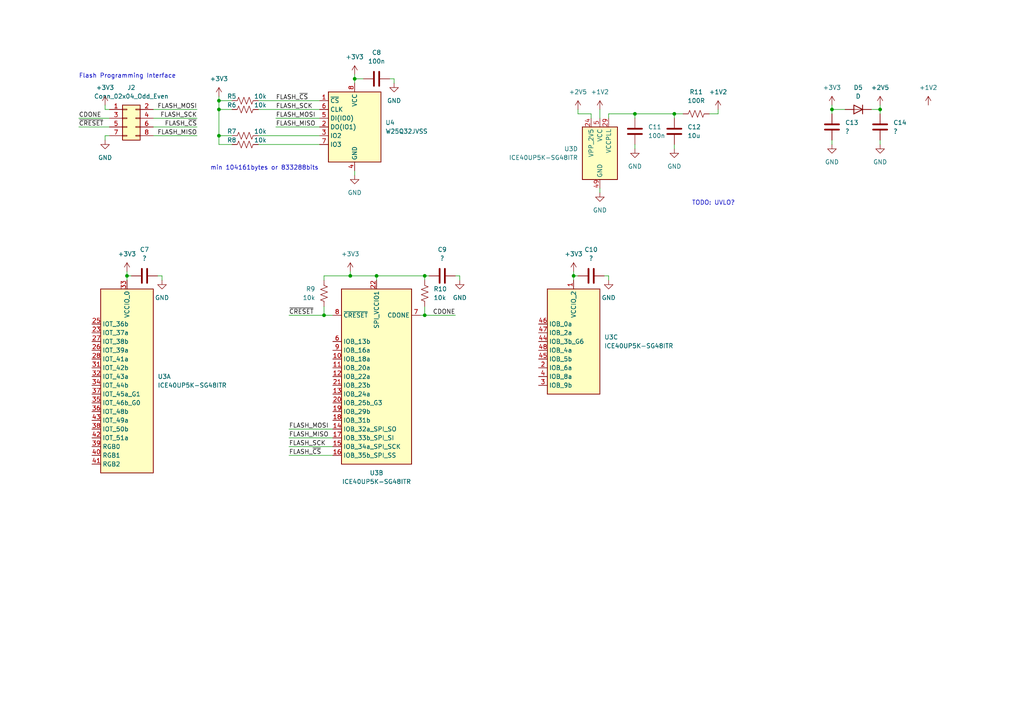
<source format=kicad_sch>
(kicad_sch (version 20230121) (generator eeschema)
  (paper "A4")
  (title_block (title "OpenCoil_Driver") (date "2023-09-16") (rev "0") (company "SJSIMMO LABS") (comment 1 "sjsimmo123@gmail.com") (comment 2 "Samuel Simmons") (comment 4 "Driver PCB for OpenCoil FPGA based tesla coil project"))
  (junction (at 101.6 80.01))
  (junction (at 109.22 80.01))
  (junction (at 388.62 93.98))
  (junction (at -6.35 -64.77))
  (junction (at 394.97 93.98))
  (junction (at -78.74 -48.26))
  (junction (at -77.47 -96.52))
  (junction (at 405.13 44.45))
  (junction (at 405.13 162.56))
  (junction (at 388.62 172.72))
  (junction (at 405.13 123.19))
  (junction (at -12.7 -121.92))
  (junction (at -90.17 -86.36))
  (junction (at -10.16 -107.95))
  (junction (at 394.97 83.82))
  (junction (at 405.13 59.69))
  (junction (at -77.47 -83.82))
  (junction (at 63.5 29.21))
  (junction (at 241.3 31.75))
  (junction (at 388.62 133.35))
  (junction (at 102.87 22.86))
  (junction (at 123.19 80.01))
  (junction (at 388.62 104.14))
  (junction (at 184.15 33.02))
  (junction (at 195.58 33.02))
  (junction (at 405.13 138.43))
  (junction (at 36.83 80.01))
  (junction (at -2.54 -111.76))
  (junction (at -36.83 -96.52))
  (junction (at -24.13 -111.76))
  (junction (at -85.09 -86.36))
  (junction (at 255.27 31.75))
  (junction (at 394.97 133.35))
  (junction (at 405.13 83.82))
  (junction (at 400.05 44.45))
  (junction (at 394.97 54.61))
  (junction (at 388.62 64.77))
  (junction (at -2.54 -121.92))
  (junction (at 433.07 59.69))
  (junction (at 388.62 143.51))
  (junction (at -68.58 -96.52))
  (junction (at 405.13 99.06))
  (junction (at -26.67 -73.66))
  (junction (at -77.47 -73.66))
  (junction (at 400.05 162.56))
  (junction (at 433.07 138.43))
  (junction (at -12.7 -111.76))
  (junction (at 415.29 138.43))
  (junction (at 394.97 162.56))
  (junction (at 394.97 44.45))
  (junction (at 63.5 31.75))
  (junction (at 93.98 91.44))
  (junction (at 388.62 182.88))
  (junction (at 8.89 -111.76))
  (junction (at 388.62 54.61))
  (junction (at 405.13 177.8))
  (junction (at 400.05 123.19))
  (junction (at -26.67 -91.44))
  (junction (at 400.05 83.82))
  (junction (at 394.97 172.72))
  (junction (at -2.54 -64.77))
  (junction (at 394.97 123.19))
  (junction (at -10.16 -64.77))
  (junction (at 415.29 59.69))
  (junction (at -92.71 -83.82))
  (junction (at 166.37 80.01))
  (junction (at -7.62 -64.77))
  (junction (at 123.19 91.44))
  (junction (at -68.58 -73.66))
  (junction (at 63.5 39.37))
  (junction (at -12.7 -107.95))
  (bus_entry (at 33.02 -101.6) (size -2.54 2.54))
  (bus_entry (at 33.02 -93.98) (size -2.54 2.54))
  (bus_entry (at 33.02 -96.52) (size -2.54 2.54))
  (bus_entry (at 33.02 -83.82) (size -2.54 2.54))
  (bus_entry (at 33.02 -88.9) (size -2.54 2.54))
  (bus_entry (at 33.02 -91.44) (size -2.54 2.54))
  (bus_entry (at 33.02 -86.36) (size -2.54 2.54))
  (bus_entry (at 33.02 -99.06) (size -2.54 2.54))
  (wire (pts (xy -68.58 -39.37) (xy -57.15 -39.37)))
  (wire (pts (xy 388.62 102.87) (xy 388.62 104.14)))
  (wire (pts (xy 123.19 88.9) (xy 123.19 91.44)))
  (wire (pts (xy 83.82 91.44) (xy 93.98 91.44)))
  (wire (pts (xy -12.7 -107.95) (xy -10.16 -107.95)))
  (wire (pts (xy 377.19 143.51) (xy 388.62 143.51)))
  (wire (pts (xy 388.62 132.08) (xy 388.62 133.35)))
  (wire (pts (xy 83.82 127) (xy 96.52 127)))
  (wire (pts (xy 400.05 44.45) (xy 405.13 44.45)))
  (wire (pts (xy 438.15 156.21) (xy 440.69 156.21)))
  (wire (pts (xy 405.13 138.43) (xy 415.29 138.43)))
  (wire (pts (xy 132.08 80.01) (xy 133.35 80.01)))
  (wire (pts (xy -68.58 -73.66) (xy -68.58 -72.39)))
  (wire (pts (xy -92.71 -83.82) (xy -92.71 -53.34)))
  (wire (pts (xy 102.87 22.86) (xy 105.41 22.86)))
  (wire (pts (xy 394.97 123.19) (xy 394.97 124.46)))
  (wire (pts (xy 102.87 49.53) (xy 102.87 50.8)))
  (wire (pts (xy 397.51 64.77) (xy 388.62 64.77)))
  (wire (pts (xy 405.13 109.22) (xy 405.13 110.49)))
  (wire (pts (xy -68.58 -88.9) (xy -68.58 -96.52)))
  (wire (pts (xy 438.15 138.43) (xy 438.15 156.21)))
  (bus (pts (xy 33.02 -101.6) (xy 53.34 -101.6)))
  (wire (pts (xy 438.15 77.47) (xy 440.69 77.47)))
  (wire (pts (xy 173.99 54.61) (xy 173.99 55.88)))
  (wire (pts (xy 405.13 123.19) (xy 407.67 123.19)))
  (wire (pts (xy 114.3 22.86) (xy 114.3 24.13)))
  (bus (pts (xy 33.02 -86.36) (xy 33.02 -83.82)))
  (wire (pts (xy 184.15 33.02) (xy 184.15 34.29)))
  (wire (pts (xy -2.54 -111.76) (xy -2.54 -121.92)))
  (wire (pts (xy -24.13 -111.76) (xy -24.13 -121.92)))
  (wire (pts (xy 397.51 104.14) (xy 388.62 104.14)))
  (bus (pts (xy 33.02 -96.52) (xy 33.02 -93.98)))
  (wire (pts (xy 397.51 143.51) (xy 388.62 143.51)))
  (wire (pts (xy 184.15 41.91) (xy 184.15 43.18)))
  (wire (pts (xy 388.62 44.45) (xy 394.97 44.45)))
  (wire (pts (xy -68.58 -96.52) (xy -77.47 -96.52)))
  (wire (pts (xy 416.56 67.31) (xy 415.29 67.31)))
  (wire (pts (xy 405.13 162.56) (xy 405.13 167.64)))
  (wire (pts (xy 166.37 80.01) (xy 166.37 81.28)))
  (wire (pts (xy 208.28 31.75) (xy 208.28 33.02)))
  (wire (pts (xy 415.29 83.82) (xy 414.02 83.82)))
  (wire (pts (xy -6.35 -64.77) (xy -7.62 -64.77)))
  (wire (pts (xy 63.5 31.75) (xy 63.5 39.37)))
  (wire (pts (xy -85.09 -87.63) (xy -85.09 -86.36)))
  (wire (pts (xy 433.07 146.05) (xy 433.07 138.43)))
  (wire (pts (xy 415.29 162.56) (xy 414.02 162.56)))
  (wire (pts (xy 405.13 83.82) (xy 405.13 88.9)))
  (wire (pts (xy 394.97 132.08) (xy 394.97 133.35)))
  (wire (pts (xy 400.05 161.29) (xy 400.05 162.56)))
  (wire (pts (xy -2.54 -124.46) (xy -2.54 -121.92)))
  (wire (pts (xy 121.92 91.44) (xy 123.19 91.44)))
  (wire (pts (xy 176.53 33.02) (xy 184.15 33.02)))
  (wire (pts (xy -26.67 -76.2) (xy -26.67 -73.66)))
  (wire (pts (xy -77.47 -96.52) (xy -77.47 -95.25)))
  (wire (pts (xy 15.24 -99.06) (xy 30.48 -99.06)))
  (wire (pts (xy 252.73 31.75) (xy 255.27 31.75)))
  (wire (pts (xy -39.37 -96.52) (xy -36.83 -96.52)))
  (wire (pts (xy 388.62 63.5) (xy 388.62 64.77)))
  (wire (pts (xy 92.71 41.91) (xy 74.93 41.91)))
  (wire (pts (xy 30.48 39.37) (xy 30.48 40.64)))
  (wire (pts (xy 416.56 44.45) (xy 415.29 44.45)))
  (wire (pts (xy -78.74 -48.26) (xy -76.2 -48.26)))
  (wire (pts (xy 394.97 53.34) (xy 394.97 54.61)))
  (wire (pts (xy 438.15 158.75) (xy 440.69 158.75)))
  (wire (pts (xy 36.83 80.01) (xy 38.1 80.01)))
  (wire (pts (xy -92.71 -36.83) (xy -83.82 -36.83)))
  (wire (pts (xy 438.15 99.06) (xy 438.15 80.01)))
  (wire (pts (xy 195.58 41.91) (xy 195.58 43.18)))
  (wire (pts (xy 63.5 31.75) (xy 67.31 31.75)))
  (wire (pts (xy 415.29 138.43) (xy 415.29 146.05)))
  (wire (pts (xy -101.6 -83.82) (xy -92.71 -83.82)))
  (wire (pts (xy 80.01 36.83) (xy 92.71 36.83)))
  (bus (pts (xy 33.02 -93.98) (xy 33.02 -91.44)))
  (wire (pts (xy -31.75 -81.28) (xy -31.75 -55.88)))
  (wire (pts (xy 15.24 -86.36) (xy 30.48 -86.36)))
  (wire (pts (xy 123.19 80.01) (xy 109.22 80.01)))
  (wire (pts (xy 416.56 123.19) (xy 415.29 123.19)))
  (wire (pts (xy -10.16 -107.95) (xy -7.62 -107.95)))
  (wire (pts (xy -2.54 -111.76) (xy 0 -111.76)))
  (wire (pts (xy -85.09 -74.93) (xy -85.09 -73.66)))
  (wire (pts (xy -12.7 -111.76) (xy -12.7 -107.95)))
  (wire (pts (xy 388.62 53.34) (xy 388.62 54.61)))
  (wire (pts (xy -85.09 -86.36) (xy -85.09 -82.55)))
  (wire (pts (xy 74.93 29.21) (xy 92.71 29.21)))
  (wire (pts (xy -92.71 -45.72) (xy -92.71 -36.83)))
  (wire (pts (xy 44.45 34.29) (xy 57.15 34.29)))
  (wire (pts (xy 416.56 45.72) (xy 416.56 44.45)))
  (wire (pts (xy 400.05 82.55) (xy 400.05 83.82)))
  (wire (pts (xy 113.03 22.86) (xy 114.3 22.86)))
  (wire (pts (xy 173.99 31.75) (xy 173.99 34.29)))
  (wire (pts (xy -7.62 -66.04) (xy -7.62 -64.77)))
  (wire (pts (xy 167.64 33.02) (xy 171.45 33.02)))
  (wire (pts (xy 123.19 81.28) (xy 123.19 80.01)))
  (wire (pts (xy -24.13 -121.92) (xy -22.86 -121.92)))
  (wire (pts (xy 394.97 54.61) (xy 388.62 54.61)))
  (wire (pts (xy 31.75 39.37) (xy 30.48 39.37)))
  (wire (pts (xy 109.22 80.01) (xy 109.22 81.28)))
  (wire (pts (xy 15.24 -93.98) (xy 30.48 -93.98)))
  (wire (pts (xy 171.45 33.02) (xy 171.45 34.29)))
  (wire (pts (xy -85.09 -95.25) (xy -85.09 -96.52)))
  (wire (pts (xy -26.67 -72.39) (xy -26.67 -73.66)))
  (wire (pts (xy 405.13 44.45) (xy 405.13 49.53)))
  (wire (pts (xy 123.19 80.01) (xy 124.46 80.01)))
  (wire (pts (xy -90.17 -86.36) (xy -85.09 -86.36)))
  (wire (pts (xy 397.51 93.98) (xy 394.97 93.98)))
  (wire (pts (xy 93.98 80.01) (xy 101.6 80.01)))
  (wire (pts (xy -2.54 -66.04) (xy -2.54 -64.77)))
  (wire (pts (xy -68.58 -73.66) (xy -77.47 -73.66)))
  (wire (pts (xy 415.29 85.09) (xy 415.29 83.82)))
  (wire (pts (xy -77.47 -83.82) (xy -77.47 -82.55)))
  (wire (pts (xy 405.13 59.69) (xy 415.29 59.69)))
  (wire (pts (xy -25.4 -81.28) (xy -31.75 -81.28)))
  (wire (pts (xy 8.89 -110.49) (xy 8.89 -111.76)))
  (wire (pts (xy -24.13 -110.49) (xy -24.13 -111.76)))
  (wire (pts (xy -2.54 -64.77) (xy -6.35 -64.77)))
  (wire (pts (xy 15.24 -76.2) (xy 30.48 -76.2)))
  (wire (pts (xy -68.58 -96.52) (xy -46.99 -96.52)))
  (wire (pts (xy 405.13 162.56) (xy 406.4 162.56)))
  (wire (pts (xy 16.51 -73.66) (xy 15.24 -73.66)))
  (wire (pts (xy -90.17 -60.96) (xy -90.17 -86.36)))
  (wire (pts (xy 400.05 121.92) (xy 400.05 123.19)))
  (wire (pts (xy 255.27 30.48) (xy 255.27 31.75)))
  (wire (pts (xy 0 -64.77) (xy -2.54 -64.77)))
  (wire (pts (xy 405.13 148.59) (xy 405.13 149.86)))
  (wire (pts (xy 388.62 171.45) (xy 388.62 172.72)))
  (wire (pts (xy 388.62 83.82) (xy 394.97 83.82)))
  (wire (pts (xy 415.29 163.83) (xy 415.29 162.56)))
  (wire (pts (xy -67.31 -48.26) (xy -67.31 -46.99)))
  (wire (pts (xy 8.89 -111.76) (xy 8.89 -121.92)))
  (wire (pts (xy 46.99 80.01) (xy 46.99 81.28)))
  (wire (pts (xy 36.83 78.74) (xy 36.83 80.01)))
  (wire (pts (xy 241.3 33.02) (xy 241.3 31.75)))
  (wire (pts (xy 405.13 177.8) (xy 438.15 177.8)))
  (wire (pts (xy -90.17 -41.91) (xy -90.17 -53.34)))
  (wire (pts (xy 22.86 36.83) (xy 31.75 36.83)))
  (wire (pts (xy 405.13 83.82) (xy 406.4 83.82)))
  (wire (pts (xy 93.98 91.44) (xy 96.52 91.44)))
  (wire (pts (xy 22.86 34.29) (xy 31.75 34.29)))
  (wire (pts (xy 388.62 93.98) (xy 388.62 95.25)))
  (wire (pts (xy 241.3 40.64) (xy 241.3 41.91)))
  (wire (pts (xy 388.62 163.83) (xy 388.62 162.56)))
  (wire (pts (xy 433.07 67.31) (xy 433.07 59.69)))
  (wire (pts (xy 416.56 146.05) (xy 415.29 146.05)))
  (wire (pts (xy -26.67 -91.44) (xy -26.67 -90.17)))
  (wire (pts (xy -77.47 -73.66) (xy -85.09 -73.66)))
  (wire (pts (xy 415.29 59.69) (xy 420.37 59.69)))
  (wire (pts (xy 377.19 182.88) (xy 388.62 182.88)))
  (wire (pts (xy 405.13 187.96) (xy 405.13 189.23)))
  (wire (pts (xy 388.62 172.72) (xy 388.62 173.99)))
  (wire (pts (xy -10.16 -66.04) (xy -10.16 -64.77)))
  (wire (pts (xy 15.24 -81.28) (xy 30.48 -81.28)))
  (wire (pts (xy 388.62 123.19) (xy 394.97 123.19)))
  (wire (pts (xy 0 -66.04) (xy 0 -64.77)))
  (wire (pts (xy 400.05 123.19) (xy 405.13 123.19)))
  (wire (pts (xy 394.97 172.72) (xy 388.62 172.72)))
  (wire (pts (xy -2.54 -121.92) (xy -3.81 -121.92)))
  (wire (pts (xy -36.83 -96.52) (xy -25.4 -96.52)))
  (wire (pts (xy 394.97 123.19) (xy 400.05 123.19)))
  (wire (pts (xy -10.16 -107.95) (xy -10.16 -106.68)))
  (wire (pts (xy 415.29 59.69) (xy 415.29 67.31)))
  (wire (pts (xy 397.51 182.88) (xy 388.62 182.88)))
  (bus (pts (xy 33.02 -101.6) (xy 33.02 -99.06)))
  (wire (pts (xy 30.48 31.75) (xy 30.48 30.48)))
  (wire (pts (xy -7.62 -64.77) (xy -10.16 -64.77)))
  (wire (pts (xy 400.05 43.18) (xy 400.05 44.45)))
  (wire (pts (xy 394.97 44.45) (xy 400.05 44.45)))
  (wire (pts (xy 394.97 92.71) (xy 394.97 93.98)))
  (wire (pts (xy -12.7 -121.92) (xy -12.7 -111.76)))
  (wire (pts (xy 63.5 39.37) (xy 67.31 39.37)))
  (wire (pts (xy 74.93 39.37) (xy 92.71 39.37)))
  (wire (pts (xy 394.97 133.35) (xy 388.62 133.35)))
  (wire (pts (xy 405.13 123.19) (xy 405.13 128.27)))
  (wire (pts (xy 394.97 44.45) (xy 394.97 45.72)))
  (wire (pts (xy 388.62 162.56) (xy 394.97 162.56)))
  (wire (pts (xy 15.24 -83.82) (xy 30.48 -83.82)))
  (wire (pts (xy 15.24 -96.52) (xy 30.48 -96.52)))
  (wire (pts (xy -77.47 -74.93) (xy -77.47 -73.66)))
  (wire (pts (xy 133.35 80.01) (xy 133.35 81.28)))
  (wire (pts (xy 241.3 31.75) (xy 245.11 31.75)))
  (wire (pts (xy -36.83 -91.44) (xy -36.83 -96.52)))
  (wire (pts (xy 15.24 -88.9) (xy 30.48 -88.9)))
  (wire (pts (xy 93.98 81.28) (xy 93.98 80.01)))
  (wire (pts (xy 394.97 93.98) (xy 388.62 93.98)))
  (wire (pts (xy 63.5 27.94) (xy 63.5 29.21)))
  (wire (pts (xy -101.6 -86.36) (xy -90.17 -86.36)))
  (wire (pts (xy -25.4 -76.2) (xy -26.67 -76.2)))
  (wire (pts (xy 166.37 78.74) (xy 166.37 80.01)))
  (wire (pts (xy 208.28 33.02) (xy 205.74 33.02)))
  (wire (pts (xy -85.09 -96.52) (xy -77.47 -96.52)))
  (wire (pts (xy -78.74 -31.75) (xy -78.74 -30.48)))
  (wire (pts (xy 388.62 92.71) (xy 388.62 93.98)))
  (wire (pts (xy 255.27 31.75) (xy 255.27 33.02)))
  (wire (pts (xy 388.62 54.61) (xy 388.62 55.88)))
  (wire (pts (xy -92.71 -83.82) (xy -77.47 -83.82)))
  (wire (pts (xy -12.7 -64.77) (xy -12.7 -66.04)))
  (wire (pts (xy 101.6 78.74) (xy 101.6 80.01)))
  (wire (pts (xy 377.19 64.77) (xy 388.62 64.77)))
  (wire (pts (xy -6.35 -63.5) (xy -6.35 -64.77)))
  (wire (pts (xy 176.53 80.01) (xy 176.53 81.28)))
  (wire (pts (xy 67.31 41.91) (xy 63.5 41.91)))
  (wire (pts (xy -27.94 -91.44) (xy -26.67 -91.44)))
  (wire (pts (xy 63.5 41.91) (xy 63.5 39.37)))
  (wire (pts (xy 394.97 83.82) (xy 394.97 85.09)))
  (wire (pts (xy 44.45 36.83) (xy 57.15 36.83)))
  (wire (pts (xy 123.19 91.44) (xy 132.08 91.44)))
  (wire (pts (xy -7.62 -107.95) (xy -7.62 -106.68)))
  (wire (pts (xy 405.13 44.45) (xy 407.67 44.45)))
  (wire (pts (xy -12.7 -106.68) (xy -12.7 -107.95)))
  (wire (pts (xy 80.01 34.29) (xy 92.71 34.29)))
  (wire (pts (xy 63.5 29.21) (xy 63.5 31.75)))
  (wire (pts (xy 44.45 31.75) (xy 57.15 31.75)))
  (wire (pts (xy 44.45 39.37) (xy 57.15 39.37)))
  (wire (pts (xy 195.58 33.02) (xy 184.15 33.02)))
  (wire (pts (xy 388.62 45.72) (xy 388.62 44.45)))
  (wire (pts (xy -83.82 -41.91) (xy -90.17 -41.91)))
  (wire (pts (xy 101.6 80.01) (xy 109.22 80.01)))
  (wire (pts (xy -68.58 -48.26) (xy -67.31 -48.26)))
  (wire (pts (xy 176.53 80.01) (xy 175.26 80.01)))
  (wire (pts (xy 397.51 133.35) (xy 394.97 133.35)))
  (wire (pts (xy -2.54 -121.92) (xy 0 -121.92)))
  (wire (pts (xy -78.74 -48.26) (xy -78.74 -46.99)))
  (wire (pts (xy 83.82 129.54) (xy 96.52 129.54)))
  (wire (pts (xy 83.82 132.08) (xy 96.52 132.08)))
  (wire (pts (xy 438.15 59.69) (xy 438.15 77.47)))
  (wire (pts (xy 195.58 33.02) (xy 195.58 34.29)))
  (wire (pts (xy 45.72 80.01) (xy 46.99 80.01)))
  (wire (pts (xy 167.64 31.75) (xy 167.64 33.02)))
  (bus (pts (xy 33.02 -88.9) (xy 33.02 -86.36)))
  (wire (pts (xy 388.62 133.35) (xy 388.62 134.62)))
  (wire (pts (xy 394.97 83.82) (xy 400.05 83.82)))
  (wire (pts (xy 394.97 171.45) (xy 394.97 172.72)))
  (wire (pts (xy 431.8 67.31) (xy 433.07 67.31)))
  (wire (pts (xy 83.82 124.46) (xy 96.52 124.46)))
  (wire (pts (xy 431.8 146.05) (xy 433.07 146.05)))
  (wire (pts (xy 93.98 88.9) (xy 93.98 91.44)))
  (wire (pts (xy 377.19 104.14) (xy 388.62 104.14)))
  (wire (pts (xy 400.05 83.82) (xy 405.13 83.82)))
  (wire (pts (xy 433.07 59.69) (xy 427.99 59.69)))
  (wire (pts (xy 400.05 162.56) (xy 405.13 162.56)))
  (bus (pts (xy 33.02 -99.06) (xy 33.02 -96.52)))
  (wire (pts (xy 176.53 34.29) (xy 176.53 33.02)))
  (wire (pts (xy -26.67 -73.66) (xy -25.4 -73.66)))
  (wire (pts (xy 8.89 -111.76) (xy 7.62 -111.76)))
  (wire (pts (xy 102.87 21.59) (xy 102.87 22.86)))
  (wire (pts (xy 397.51 54.61) (xy 394.97 54.61)))
  (wire (pts (xy 388.62 124.46) (xy 388.62 123.19)))
  (wire (pts (xy -10.16 -64.77) (xy -12.7 -64.77)))
  (wire (pts (xy 388.62 85.09) (xy 388.62 83.82)))
  (wire (pts (xy 416.56 124.46) (xy 416.56 123.19)))
  (wire (pts (xy -26.67 -91.44) (xy -25.4 -91.44)))
  (wire (pts (xy 31.75 31.75) (xy 30.48 31.75)))
  (wire (pts (xy 102.87 22.86) (xy 102.87 24.13)))
  (wire (pts (xy -15.24 -121.92) (xy -12.7 -121.92)))
  (wire (pts (xy -15.24 -111.76) (xy -12.7 -111.76)))
  (wire (pts (xy -68.58 -81.28) (xy -68.58 -73.66)))
  (wire (pts (xy -77.47 -87.63) (xy -77.47 -83.82)))
  (wire (pts (xy 438.15 80.01) (xy 440.69 80.01)))
  (wire (pts (xy 394.97 162.56) (xy 394.97 163.83)))
  (wire (pts (xy 388.62 181.61) (xy 388.62 182.88)))
  (wire (pts (xy -78.74 -49.53) (xy -78.74 -48.26)))
  (wire (pts (xy 63.5 29.21) (xy 67.31 29.21)))
  (wire (pts (xy 397.51 172.72) (xy 394.97 172.72)))
  (wire (pts (xy 433.07 138.43) (xy 427.99 138.43)))
  (wire (pts (xy 438.15 177.8) (xy 438.15 158.75)))
  (wire (pts (xy -2.54 -106.68) (xy -2.54 -111.76)))
  (bus (pts (xy 33.02 -91.44) (xy 33.02 -88.9)))
  (wire (pts (xy 8.89 -121.92) (xy 7.62 -121.92)))
  (wire (pts (xy 74.93 31.75) (xy 92.71 31.75)))
  (wire (pts (xy 394.97 162.56) (xy 400.05 162.56)))
  (wire (pts (xy 438.15 59.69) (xy 433.07 59.69)))
  (wire (pts (xy 195.58 33.02) (xy 198.12 33.02)))
  (wire (pts (xy 415.29 138.43) (xy 420.37 138.43)))
  (wire (pts (xy 15.24 -91.44) (xy 30.48 -91.44)))
  (wire (pts (xy 16.51 -73.66) (xy 16.51 -72.39)))
  (wire (pts (xy 405.13 99.06) (xy 438.15 99.06)))
  (wire (pts (xy -24.13 -111.76) (xy -22.86 -111.76)))
  (wire (pts (xy 36.83 80.01) (xy 36.83 81.28)))
  (wire (pts (xy 388.62 142.24) (xy 388.62 143.51)))
  (wire (pts (xy -36.83 -55.88) (xy -31.75 -55.88)))
  (wire (pts (xy 438.15 138.43) (xy 433.07 138.43)))
  (wire (pts (xy 255.27 40.64) (xy 255.27 41.91)))
  (wire (pts (xy 405.13 69.85) (xy 405.13 71.12)))
  (wire (pts (xy 241.3 30.48) (xy 241.3 31.75)))
  (wire (pts (xy 167.64 80.01) (xy 166.37 80.01)))
  (wire (pts (xy -35.56 -91.44) (xy -36.83 -91.44)))
  (wire (pts (xy -12.7 -121.92) (xy -11.43 -121.92)))
  (text "TODO: UVLO?" (at 200.66 59.69 0) (effects (font (size 1.27 1.27)) (justify left bottom)))
  (text "RL2" (at -128.27 220.98 0) (effects (font (size 1.27 1.27)) (justify left bottom)))
  (text "CT+" (at -113.03 203.2 0) (effects (font (size 1.27 1.27)) (justify left bottom)))
  (text "TLV3501?" (at -69.85 -22.86 0) (effects (font (size 1.27 1.27)) (justify left bottom)))
  (text "https://hackaday.io/project/163794/gallery#40c5674bfafc014f09bd6637c6192bac" (at 38.1 -1.27 0) (effects (font (size 1.27 1.27)) (justify left bottom)))
  (text "GND" (at -128.27 208.28 0) (effects (font (size 1.27 1.27)) (justify left bottom)))
  (text "LED_G" (at -97.79 213.36 0) (effects (font (size 1.27 1.27)) (justify left bottom)))
  (text "+24V" (at -128.27 203.2 0) (effects (font (size 1.27 1.27)) (justify left bottom)))
  (text "Flash Programming Interface" (at 22.86 22.86 0) (effects (font (size 1.27 1.27)) (justify left bottom)))
  (text "GDT1+" (at -113.03 210.82 0) (effects (font (size 1.27 1.27)) (justify left bottom)))
  (text "Tsense+" (at -113.03 218.44 0) (effects (font (size 1.27 1.27)) (justify left bottom)))
  (text "Soft Start" (at -130.81 200.66 0) (effects (font (size 1.27 1.27)) (justify left bottom)))
  (text "GND" (at -143.51 205.74 0) (effects (font (size 1.27 1.27)) (justify left bottom)))
  (text "Vsense+" (at -128.27 210.82 0) (effects (font (size 1.27 1.27)) (justify left bottom)))
  (text "Power Input" (at -146.05 200.66 0) (effects (font (size 1.27 1.27)) (justify left bottom)))
  (text "GPIO1" (at -97.79 218.44 0) (effects (font (size 1.27 1.27)) (justify left bottom)))
  (text "GDT2-" (at -113.03 215.9 0) (effects (font (size 1.27 1.27)) (justify left bottom)))
  (text "Isense" (at -128.27 215.9 0) (effects (font (size 1.27 1.27)) (justify left bottom)))
  (text "LED_B" (at -97.79 215.9 0) (effects (font (size 1.27 1.27)) (justify left bottom)))
  (text "FAN" (at -97.79 205.74 0) (effects (font (size 1.27 1.27)) (justify left bottom)))
  (text "RL1" (at -128.27 218.44 0) (effects (font (size 1.27 1.27)) (justify left bottom)))
  (text "CT-" (at -113.03 205.74 0) (effects (font (size 1.27 1.27)) (justify left bottom)))
  (text "Vsense-" (at -128.27 213.36 0) (effects (font (size 1.27 1.27)) (justify left bottom)))
  (text "Bridge" (at -115.57 200.66 0) (effects (font (size 1.27 1.27)) (justify left bottom)))
  (text "GND" (at -97.79 208.28 0) (effects (font (size 1.27 1.27)) (justify left bottom)))
  (text "+5V" (at -128.27 205.74 0) (effects (font (size 1.27 1.27)) (justify left bottom)))
  (text "min 104161bytes or 833288bits" (at 60.96 49.53 0) (effects (font (size 1.27 1.27)) (justify left bottom)))
  (text "+24V" (at -97.79 203.2 0) (effects (font (size 1.27 1.27)) (justify left bottom)))
  (text "GDT2+" (at -113.03 208.28 0) (effects (font (size 1.27 1.27)) (justify left bottom)))
  (text "Tsense-" (at -113.03 220.98 0) (effects (font (size 1.27 1.27)) (justify left bottom)))
  (text "GPIO2" (at -97.79 220.98 0) (effects (font (size 1.27 1.27)) (justify left bottom)))
  (text "+24V" (at -143.51 203.2 0) (effects (font (size 1.27 1.27)) (justify left bottom)))
  (text "Auxiliary" (at -100.33 200.66 0) (effects (font (size 1.27 1.27)) (justify left bottom)))
  (text "GDT1-" (at -113.03 213.36 0) (effects (font (size 1.27 1.27)) (justify left bottom)))
  (text "LED_R" (at -97.79 210.82 0) (effects (font (size 1.27 1.27)) (justify left bottom)))
  (label "FLASH_MISO" (at 83.82 127 0))
  (label "I_ADC0" (at 22.86 -96.52 180))
  (label "~{CRESET}" (at 22.86 36.83 0))
  (label "~{CRESET}" (at 83.82 91.44 0))
  (label "FLASH_MOSI" (at 80.01 34.29 0))
  (label "I_ZCS" (at -57.15 -39.37 180))
  (label "FLASH_~{CS}" (at 80.01 29.21 0))
  (label "FLASH_SCK" (at 83.82 129.54 0))
  (label "FLASH_MISO" (at 57.15 39.37 180))
  (label "I_ADC0" (at 22.86 -88.9 180))
  (label "CDONE" (at 22.86 34.29 0))
  (label "FLASH_MOSI" (at 83.82 124.46 0))
  (label "I_ADC0" (at 22.8571 -83.82 180))
  (label "I_ADC0" (at 22.86 -99.06 180))
  (label "I_ADC0" (at 22.86 -86.36 180))
  (label "I_ADC_CLK" (at 30.48 -76.2 180))
  (label "I_MAG" (at -59.69 -96.52 180))
  (label "FLASH_~{CS}" (at 57.15 36.83 180))
  (label "CDONE" (at 132.08 91.44 180))
  (label "FLASH_MOSI" (at 57.15 31.75 180))
  (label "I_ADC0" (at 22.86 -81.28 180))
  (label "I_ADC0" (at 22.86 -93.98 180))
  (label "FLASH_SCK" (at 57.15 34.29 180))
  (label "FLASH_SCK" (at 80.01 31.75 0))
  (label "I_ADC0" (at 22.86 -91.44 180))
  (label "FLASH_~{CS}" (at 83.82 132.08 0))
  (label "FLASH_MISO" (at 80.01 36.83 0))
  (hierarchical_label "I_ADC" (shape input) (at 53.34 -101.6 0))
  (symbol (lib_id "power:+3V3") (at 63.5 27.94 0) (unit 1)
    (property "Reference" "#PWR016" (effects hide))
    (property "Value" "+3V3" (at 63.5 22.86 0))
  )
  (symbol (lib_id "Device:D_Schottky") (at -77.47 -91.44 270) (unit 1)
    (property "Reference" "D3" (at -73.66 -93.0275 90) (effects (justify left)))
    (property "Value" "D_Schottky" (at -73.66 -90.4875 90) (effects (justify left)))
  )
  (symbol (lib_id "Device:R_US") (at 420.37 67.31 90) (unit 1)
    (property "Reference" "R16" (at 420.37 71.12 90))
    (property "Value" "R" (at 420.37 73.66 90))
  )
  (symbol (lib_id "power:GND") (at 133.35 81.28 0) (unit 1)
    (property "Reference" "#PWR021" (effects hide))
    (property "Value" "GND" (at 133.35 86.36 0))
  )
  (symbol (lib_id "KiCadLibrary:DMC3025LDV") (at 402.59 172.72 0) (mirror x) (unit 2)
    (property "Reference" "U8" (at 408.94 171.45 0) (effects (justify left)))
    (property "Value" "DMC3025LDV" (at 408.94 173.99 0) (effects (justify left)))
    (property "Footprint" "Package_SON:Diodes_PowerDI3333-8_UXC_3.3x3.3mm_P0.65mm" (effects hide))
  )
  (symbol (lib_id "Device:R_US") (at 420.37 146.05 90) (unit 1)
    (property "Reference" "R17" (at 420.37 149.86 90))
    (property "Value" "R" (at 420.37 152.4 90))
  )
  (symbol (lib_id "Device:R_US") (at 201.93 33.02 270) (unit 1)
    (property "Reference" "R11" (at 201.93 26.67 90))
    (property "Value" "100R" (at 201.93 29.21 90))
  )
  (symbol (lib_id "Device:C") (at -19.05 -121.92 90) (unit 1)
    (property "Reference" "C3" (at -19.05 -128.27 90))
    (property "Value" "10u" (at -19.05 -125.73 90))
  )
  (symbol (lib_id "power:+1V2") (at 269.24 30.48 0) (unit 1)
    (property "Reference" "#PWR034" (effects hide))
    (property "Value" "+1V2" (at 269.24 25.4 0))
  )
  (symbol (lib_id "Connector_Generic:Conn_01x02") (at -106.68 -86.36 0) (mirror y) (unit 1)
    (property "Reference" "J1" (at -109.22 -86.36 0) (effects (justify left)))
    (property "Value" "CT" (at -109.22 -83.82 0) (effects (justify left)))
  )
  (symbol (lib_id "Device:C") (at 410.21 83.82 270) (unit 1)
    (property "Reference" "C19" (at 410.21 76.2 90))
    (property "Value" "C" (at 410.21 78.74 90))
  )
  (symbol (lib_id "Device:C") (at 109.22 22.86 90) (unit 1)
    (property "Reference" "C8" (at 109.22 15.24 90))
    (property "Value" "100n" (at 109.22 17.78 90))
  )
  (symbol (lib_id "Device:R_US") (at -43.18 -96.52 90) (unit 1)
    (property "Reference" "R4" (at -43.18 -101.6 90))
    (property "Value" "R_US" (at -43.18 -99.06 90))
  )
  (symbol (lib_id "power:+2V5") (at 167.64 31.75 0) (unit 1)
    (property "Reference" "#PWR023" (effects hide))
    (property "Value" "+2V5" (at 167.64 26.67 0))
  )
  (symbol (lib_id "Device:R_US") (at 394.97 88.9 0) (unit 1)
    (property "Reference" "R13" (at 397.51 87.63 0) (effects (justify left)))
    (property "Value" "1k" (at 397.51 90.17 0) (effects (justify left)))
  )
  (symbol (lib_id "Device:R_US") (at 71.12 39.37 270) (unit 1)
    (property "Reference" "R7" (at 68.58 38.1 90) (effects (justify right)))
    (property "Value" "10k" (at 73.66 38.1 90) (effects (justify left)))
  )
  (symbol (lib_id "Device:D_Schottky") (at -85.09 -91.44 270) (unit 1)
    (property "Reference" "D1" (at -86.36 -93.0275 90) (effects (justify right)))
    (property "Value" "D_Schottky" (at -86.36 -90.4875 90) (effects (justify right)))
  )
  (symbol (lib_id "Memory_Flash:W25Q32JVSS") (at 102.87 36.83 0) (unit 1)
    (property "Reference" "U4" (at 111.76 35.56 0) (effects (justify left)))
    (property "Value" "W25Q32JVSS" (at 111.76 38.1 0) (effects (justify left)))
    (property "Footprint" "Package_SO:SOIC-8_5.23x5.23mm_P1.27mm" (effects hide))
    (property "Datasheet" "http://www.winbond.com/resource-files/w25q32jv%20revg%2003272018%20plus.pdf" (effects hide))
  )
  (symbol (lib_id "power:GND") (at -67.31 -46.99 0) (mirror y) (unit 1)
    (property "Reference" "#PWR04" (effects hide))
    (property "Value" "GND" (at -67.31 -41.91 0))
  )
  (symbol (lib_id "power:GND") (at 405.13 71.12 0) (unit 1)
    (property "Reference" "#PWR040" (effects hide))
    (property "Value" "GND" (at 405.13 76.2 0))
  )
  (symbol (lib_id "Device:C") (at 255.27 36.83 0) (unit 1)
    (property "Reference" "C14" (at 259.08 35.56 0) (effects (justify left)))
    (property "Value" "?" (at 259.08 38.1 0) (effects (justify left)))
  )
  (symbol (lib_id "Device:R_US") (at 394.97 128.27 0) (unit 1)
    (property "Reference" "R14" (at 397.51 127 0) (effects (justify left)))
    (property "Value" "1k" (at 397.51 129.54 0) (effects (justify left)))
  )
  (symbol (lib_id "Device:R_US") (at 394.97 167.64 0) (unit 1)
    (property "Reference" "R15" (at 397.51 166.37 0) (effects (justify left)))
    (property "Value" "1k" (at 397.51 168.91 0) (effects (justify left)))
  )
  (symbol (lib_id "Device:C") (at 3.81 -121.92 90) (unit 1)
    (property "Reference" "C5" (at 3.81 -128.27 90))
    (property "Value" "10u" (at 3.81 -125.73 90))
  )
  (symbol (lib_id "Device:C") (at 241.3 36.83 0) (unit 1)
    (property "Reference" "C13" (at 245.11 35.56 0) (effects (justify left)))
    (property "Value" "?" (at 245.11 38.1 0) (effects (justify left)))
  )
  (symbol (lib_id "power:GND") (at 405.13 110.49 0) (unit 1)
    (property "Reference" "#PWR041" (effects hide))
    (property "Value" "GND" (at 405.13 115.57 0))
  )
  (symbol (lib_id "power:GND") (at -68.58 -72.39 0) (mirror y) (unit 1)
    (property "Reference" "#PWR03" (effects hide))
    (property "Value" "GND" (at -68.58 -67.31 0))
  )
  (symbol (lib_id "power:GND") (at 46.99 81.28 0) (unit 1)
    (property "Reference" "#PWR015" (effects hide))
    (property "Value" "GND" (at 46.99 86.36 0))
  )
  (symbol (lib_id "Device:C") (at 388.62 59.69 0) (unit 1)
    (property "Reference" "C15" (at 392.43 58.42 0) (effects (justify left)))
    (property "Value" "100n" (at 392.43 60.96 0) (effects (justify left)))
  )
  (symbol (lib_id "KiCadLibrary:DMC3025LDV") (at 402.59 143.51 0) (unit 1)
    (property "Reference" "U7" (at 408.94 142.24 0) (effects (justify left)))
    (property "Value" "DMC3025LDV" (at 408.94 144.78 0) (effects (justify left)))
    (property "Footprint" "Package_SON:Diodes_PowerDI3333-8_UXC_3.3x3.3mm_P0.65mm" (effects hide))
  )
  (symbol (lib_id "power:+1V2") (at 208.28 31.75 0) (unit 1)
    (property "Reference" "#PWR029" (effects hide))
    (property "Value" "+1V2" (at 208.28 26.67 0))
  )
  (symbol (lib_id "Device:C") (at 427.99 146.05 270) (unit 1)
    (property "Reference" "C26" (at 427.99 151.13 90))
    (property "Value" "C" (at 427.99 153.67 90))
  )
  (symbol (lib_id "Device:R_US") (at 71.12 29.21 270) (unit 1)
    (property "Reference" "R5" (at 68.58 27.94 90) (effects (justify right)))
    (property "Value" "10k" (at 73.66 27.94 90) (effects (justify left)))
  )
  (symbol (lib_id "Device:R_US") (at 71.12 31.75 270) (unit 1)
    (property "Reference" "R6" (at 68.58 30.48 90) (effects (justify right)))
    (property "Value" "10k" (at 73.66 30.48 90) (effects (justify left)))
  )
  (symbol (lib_id "power:GND") (at 173.99 55.88 0) (unit 1)
    (property "Reference" "#PWR025" (effects hide))
    (property "Value" "GND" (at 173.99 60.96 0))
  )
  (symbol (lib_id "Device:C") (at 411.48 44.45 270) (unit 1)
    (property "Reference" "C21" (at 411.48 36.83 90))
    (property "Value" "C" (at 411.48 39.37 90))
  )
  (symbol (lib_id "power:+3V3") (at -78.74 -49.53 0) (unit 1)
    (property "Reference" "#PWR01" (effects hide))
    (property "Value" "+3V3" (at -78.74 -54.61 0))
  )
  (symbol (lib_id "power:+3V3") (at 30.48 30.48 0) (unit 1)
    (property "Reference" "#PWR012" (effects hide))
    (property "Value" "+3V3" (at 30.48 25.4 0))
  )
  (symbol (lib_id "Device:C") (at 171.45 80.01 90) (unit 1)
    (property "Reference" "C10" (at 171.45 72.39 90))
    (property "Value" "?" (at 171.45 74.93 90))
  )
  (symbol (lib_id "Device:C") (at 195.58 38.1 0) (unit 1)
    (property "Reference" "C12" (at 199.39 36.83 0) (effects (justify left)))
    (property "Value" "10u" (at 199.39 39.37 0) (effects (justify left)))
  )
  (symbol (lib_id "Device:C") (at 3.81 -111.76 90) (unit 1)
    (property "Reference" "C6" (at 3.81 -118.11 90))
    (property "Value" "100n" (at 3.81 -115.57 90))
  )
  (symbol (lib_id "Device:C") (at 427.99 67.31 270) (unit 1)
    (property "Reference" "C25" (at 427.99 72.39 90))
    (property "Value" "C" (at 427.99 74.93 90))
  )
  (symbol (lib_id "Device:R_US") (at -68.58 -85.09 0) (unit 1)
    (property "Reference" "R3" (at -64.77 -86.36 0) (effects (justify left)))
    (property "Value" "R_US" (at -64.77 -83.82 0) (effects (justify left)))
  )
  (symbol (lib_id "Connector_Generic:Conn_02x04_Odd_Even") (at 36.83 34.29 0) (unit 1)
    (property "Reference" "J2" (at 38.1 25.4 0))
    (property "Value" "Conn_02x04_Odd_Even" (at 38.1 27.94 0))
  )
  (symbol (lib_id "power:GND") (at 30.48 40.64 0) (unit 1)
    (property "Reference" "#PWR013" (effects hide))
    (property "Value" "GND" (at 30.48 45.72 0))
  )
  (symbol (lib_id "Device:D") (at 248.92 31.75 180) (unit 1)
    (property "Reference" "D5" (at 248.92 25.4 0))
    (property "Value" "D" (at 248.92 27.94 0))
    (property "Sim.Device" "D" (effects hide))
    (property "Sim.Pins" "1=K 2=A" (effects hide))
  )
  (symbol (lib_id "power:GND") (at -26.67 -90.17 0) (unit 1)
    (property "Reference" "#PWR05" (effects hide))
    (property "Value" "GND" (at -26.67 -85.09 0))
  )
  (symbol (lib_id "Device:C") (at 388.62 138.43 0) (unit 1)
    (property "Reference" "C17" (at 392.43 137.16 0) (effects (justify left)))
    (property "Value" "100n" (at 392.43 139.7 0) (effects (justify left)))
  )
  (symbol (lib_id "Device:R_US") (at 123.19 85.09 0) (unit 1)
    (property "Reference" "R10" (at 125.73 83.82 0) (effects (justify left)))
    (property "Value" "10k" (at 125.73 86.36 0) (effects (justify left)))
  )
  (symbol (lib_id "Device:L") (at -7.62 -121.92 90) (unit 1)
    (property "Reference" "L1" (at -7.62 -127 90))
    (property "Value" "L" (at -7.62 -124.46 90))
  )
  (symbol (lib_id "Device:D") (at 388.62 88.9 90) (mirror x) (unit 1)
    (property "Reference" "D7" (at 386.08 87.63 90) (effects (justify left)))
    (property "Value" "B5819WS" (at 386.08 90.17 90) (effects (justify left)))
    (property "Sim.Device" "D" (effects hide))
    (property "Sim.Pins" "1=K 2=A" (effects hide))
  )
  (symbol (lib_id "Device:D_Schottky") (at -85.09 -78.74 270) (unit 1)
    (property "Reference" "D2" (at -86.36 -80.3275 90) (effects (justify right)))
    (property "Value" "D_Schottky" (at -86.36 -77.7875 90) (effects (justify right)))
  )
  (symbol (lib_id "Device:C") (at -31.75 -91.44 90) (unit 1)
    (property "Reference" "C2" (at -31.75 -85.09 90))
    (property "Value" "?" (at -31.75 -82.55 90))
  )
  (symbol (lib_id "power:+1V2") (at 173.99 31.75 0) (unit 1)
    (property "Reference" "#PWR024" (effects hide))
    (property "Value" "+1V2" (at 173.99 26.67 0))
  )
  (symbol (lib_id "power:GND") (at 415.29 85.09 0) (unit 1)
    (property "Reference" "#PWR044" (effects hide))
    (property "Value" "GND" (at 415.29 90.17 0))
  )
  (symbol (lib_id "power:GND") (at 415.29 163.83 0) (unit 1)
    (property "Reference" "#PWR045" (effects hide))
    (property "Value" "GND" (at 415.29 168.91 0))
  )
  (symbol (lib_id "power:GND") (at 176.53 81.28 0) (unit 1)
    (property "Reference" "#PWR026" (effects hide))
    (property "Value" "GND" (at 176.53 86.36 0))
  )
  (symbol (lib_id "FPGA_Lattice:ICE40UP5K-SG48ITR") (at 166.37 99.06 0) (unit 3)
    (property "Reference" "U3" (at 175.26 97.79 0) (effects (justify left)))
    (property "Value" "ICE40UP5K-SG48ITR" (at 175.26 100.33 0) (effects (justify left)))
    (property "Footprint" "Package_DFN_QFN:QFN-48-1EP_7x7mm_P0.5mm_EP5.6x5.6mm" (effects hide))
    (property "Datasheet" "http://www.latticesemi.com/Products/FPGAandCPLD/iCE40Ultra" (effects hide))
  )
  (symbol (lib_id "power:GND") (at 195.58 43.18 0) (unit 1)
    (property "Reference" "#PWR028" (effects hide))
    (property "Value" "GND" (at 195.58 48.26 0))
  )
  (symbol (lib_id "Device:R_US") (at -92.71 -49.53 0) (unit 1)
    (property "Reference" "R1" (at -88.9 -50.8 0) (effects (justify left)))
    (property "Value" "R_US" (at -88.9 -48.26 0) (effects (justify left)))
  )
  (symbol (lib_id "Device:C") (at -19.05 -111.76 90) (unit 1)
    (property "Reference" "C4" (at -19.05 -118.11 90))
    (property "Value" "100n" (at -19.05 -115.57 90))
  )
  (symbol (lib_id "power:+3V3") (at 241.3 30.48 0) (unit 1)
    (property "Reference" "#PWR030" (effects hide))
    (property "Value" "+3V3" (at 241.3 25.4 0))
  )
  (symbol (lib_id "power:GND") (at 241.3 41.91 0) (unit 1)
    (property "Reference" "#PWR031" (effects hide))
    (property "Value" "GND" (at 241.3 46.99 0))
  )
  (symbol (lib_id "Device:D_Schottky") (at -77.47 -78.74 270) (unit 1)
    (property "Reference" "D4" (at -73.66 -80.3275 90) (effects (justify left)))
    (property "Value" "D_Schottky" (at -73.66 -77.7875 90) (effects (justify left)))
  )
  (symbol (lib_id "power:+3V3") (at 166.37 78.74 0) (unit 1)
    (property "Reference" "#PWR022" (effects hide))
    (property "Value" "+3V3" (at 166.37 73.66 0))
  )
  (symbol (lib_id "Device:C") (at -72.39 -48.26 90) (unit 1)
    (property "Reference" "C1" (at -72.39 -54.61 90))
    (property "Value" "?" (at -72.39 -52.07 90))
  )
  (symbol (lib_id "power:GND") (at 405.13 149.86 0) (unit 1)
    (property "Reference" "#PWR042" (effects hide))
    (property "Value" "GND" (at 405.13 154.94 0))
  )
  (symbol (lib_id "Device:C") (at 128.27 80.01 90) (unit 1)
    (property "Reference" "C9" (at 128.27 72.39 90))
    (property "Value" "?" (at 128.27 74.93 90))
  )
  (symbol (lib_id "Device:C") (at 424.18 138.43 270) (unit 1)
    (property "Reference" "C24" (at 424.18 130.81 90))
    (property "Value" "C" (at 424.18 133.35 90))
  )
  (symbol (lib_id "Device:D") (at 388.62 49.53 90) (mirror x) (unit 1)
    (property "Reference" "D6" (at 386.08 48.26 90) (effects (justify left)))
    (property "Value" "B5819WS" (at 386.08 50.8 90) (effects (justify left)))
    (property "Sim.Device" "D" (effects hide))
    (property "Sim.Pins" "1=K 2=A" (effects hide))
  )
  (symbol (lib_id "Device:C") (at 410.21 162.56 270) (unit 1)
    (property "Reference" "C20" (at 410.21 154.94 90))
    (property "Value" "C" (at 410.21 157.48 90))
  )
  (symbol (lib_id "power:+3V3") (at 36.83 78.74 0) (unit 1)
    (property "Reference" "#PWR014" (effects hide))
    (property "Value" "+3V3" (at 36.83 73.66 0))
  )
  (symbol (lib_id "power:+24V") (at 400.05 161.29 0) (unit 1)
    (property "Reference" "#PWR039" (effects hide))
    (property "Value" "+24V" (at 400.05 156.21 0))
  )
  (symbol (lib_id "power:GND") (at 16.51 -72.39 0) (unit 1)
    (property "Reference" "#PWR011" (effects hide))
    (property "Value" "GND" (at 16.51 -67.31 0))
  )
  (symbol (lib_id "power:GND") (at -6.35 -63.5 0) (unit 1)
    (property "Reference" "#PWR08" (effects hide))
    (property "Value" "GND" (at -6.35 -58.42 0))
  )
  (symbol (lib_id "power:GND") (at -24.13 -110.49 0) (unit 1)
    (property "Reference" "#PWR07" (effects hide))
    (property "Value" "GND" (at -26.67 -109.22 0) (effects (justify right)))
  )
  (symbol (lib_id "Device:R_US") (at 394.97 49.53 0) (unit 1)
    (property "Reference" "R12" (at 397.51 48.26 0) (effects (justify left)))
    (property "Value" "1k" (at 397.51 50.8 0) (effects (justify left)))
  )
  (symbol (lib_id "power:+24V") (at 400.05 82.55 0) (unit 1)
    (property "Reference" "#PWR037" (effects hide))
    (property "Value" "+24V" (at 400.05 77.47 0))
  )
  (symbol (lib_id "power:GND") (at 416.56 124.46 0) (unit 1)
    (property "Reference" "#PWR047" (effects hide))
    (property "Value" "GND" (at 416.56 129.54 0))
  )
  (symbol (lib_id "power:GND") (at 184.15 43.18 0) (unit 1)
    (property "Reference" "#PWR027" (effects hide))
    (property "Value" "GND" (at 184.15 48.26 0))
  )
  (symbol (lib_id "Device:D") (at 388.62 128.27 90) (mirror x) (unit 1)
    (property "Reference" "D8" (at 386.08 127 90) (effects (justify left)))
    (property "Value" "B5819WS" (at 386.08 129.54 90) (effects (justify left)))
    (property "Sim.Device" "D" (effects hide))
    (property "Sim.Pins" "1=K 2=A" (effects hide))
  )
  (symbol (lib_id "Device:C") (at 411.48 123.19 270) (unit 1)
    (property "Reference" "C22" (at 411.48 115.57 90))
    (property "Value" "C" (at 411.48 118.11 90))
  )
  (symbol (lib_id "Device:C") (at 41.91 80.01 90) (unit 1)
    (property "Reference" "C7" (at 41.91 72.39 90))
    (property "Value" "?" (at 41.91 74.93 90))
  )
  (symbol (lib_id "power:GND") (at 8.89 -110.49 0) (mirror y) (unit 1)
    (property "Reference" "#PWR010" (effects hide))
    (property "Value" "GND" (at 11.43 -109.22 0) (effects (justify right)))
  )
  (symbol (lib_id "power:GND") (at 416.56 45.72 0) (unit 1)
    (property "Reference" "#PWR046" (effects hide))
    (property "Value" "GND" (at 416.56 50.8 0))
  )
  (symbol (lib_id "Analog_ADC:ADC08060") (at -5.08 -86.36 0) (unit 1)
    (property "Reference" "U2" (at -0.5841 -106.68 0) (effects (justify left)))
    (property "Value" "ADC08060" (at -0.5841 -104.14 0) (effects (justify left)))
    (property "Datasheet" "http://www.ti.com/lit/ds/symlink/adc08060.pdf" (effects hide))
  )
  (symbol (lib_id "power:GND") (at 102.87 50.8 0) (unit 1)
    (property "Reference" "#PWR019" (effects hide))
    (property "Value" "GND" (at 102.87 55.88 0))
  )
  (symbol (lib_id "Device:D") (at 388.62 167.64 90) (mirror x) (unit 1)
    (property "Reference" "D9" (at 386.08 166.37 90) (effects (justify left)))
    (property "Value" "B5819WS" (at 386.08 168.91 90) (effects (justify left)))
    (property "Sim.Device" "D" (effects hide))
    (property "Sim.Pins" "1=K 2=A" (effects hide))
  )
  (symbol (lib_id "KiCadLibrary:DMC3025LDV") (at 402.59 93.98 0) (mirror x) (unit 2)
    (property "Reference" "U6" (at 408.94 92.71 0) (effects (justify left)))
    (property "Value" "DMC3025LDV" (at 408.94 95.25 0) (effects (justify left)))
    (property "Footprint" "Package_SON:Diodes_PowerDI3333-8_UXC_3.3x3.3mm_P0.65mm" (effects hide))
  )
  (symbol (lib_id "KiCadLibrary:DMC3025LDV") (at 402.59 64.77 0) (unit 1)
    (property "Reference" "U5" (at 408.94 63.5 0) (effects (justify left)))
    (property "Value" "DMC3025LDV" (at 408.94 66.04 0) (effects (justify left)))
    (property "Footprint" "Package_SON:Diodes_PowerDI3333-8_UXC_3.3x3.3mm_P0.65mm" (effects hide))
  )
  (symbol (lib_id "Device:R_US") (at 93.98 85.09 0) (unit 1)
    (property "Reference" "R9" (at 91.44 83.82 0) (effects (justify right)))
    (property "Value" "10k" (at 91.44 86.36 0) (effects (justify right)))
  )
  (symbol (lib_id "FPGA_Lattice:ICE40UP5K-SG48ITR") (at 36.83 109.22 0) (unit 1)
    (property "Reference" "U3" (at 45.72 109.22 0) (effects (justify left)))
    (property "Value" "ICE40UP5K-SG48ITR" (at 45.72 111.76 0) (effects (justify left)))
    (property "Footprint" "Package_DFN_QFN:QFN-48-1EP_7x7mm_P0.5mm_EP5.6x5.6mm" (effects hide))
    (property "Datasheet" "http://www.latticesemi.com/Products/FPGAandCPLD/iCE40Ultra" (effects hide))
  )
  (symbol (lib_id "power:GND") (at -78.74 -30.48 0) (mirror y) (unit 1)
    (property "Reference" "#PWR02" (effects hide))
    (property "Value" "GND" (at -78.74 -25.4 0))
  )
  (symbol (lib_id "power:GND") (at 405.13 189.23 0) (unit 1)
    (property "Reference" "#PWR043" (effects hide))
    (property "Value" "GND" (at 405.13 194.31 0))
  )
  (symbol (lib_id "KiCadLibrary:DMC3025LDV") (at 402.59 133.35 0) (mirror x) (unit 2)
    (property "Reference" "U7" (at 408.94 132.08 0) (effects (justify left)))
    (property "Value" "DMC3025LDV" (at 408.94 134.62 0) (effects (justify left)))
    (property "Footprint" "Package_SON:Diodes_PowerDI3333-8_UXC_3.3x3.3mm_P0.65mm" (effects hide))
  )
  (symbol (lib_id "power:+2V5") (at 255.27 30.48 0) (unit 1)
    (property "Reference" "#PWR032" (effects hide))
    (property "Value" "+2V5" (at 255.27 25.4 0))
  )
  (symbol (lib_id "power:GND") (at 255.27 41.91 0) (unit 1)
    (property "Reference" "#PWR033" (effects hide))
    (property "Value" "GND" (at 255.27 46.99 0))
  )
  (symbol (lib_id "FPGA_Lattice:ICE40UP5K-SG48ITR") (at 109.22 109.22 0) (unit 2)
    (property "Reference" "U3" (at 109.22 137.16 0))
    (property "Value" "ICE40UP5K-SG48ITR" (at 109.22 139.7 0))
    (property "Footprint" "Package_DFN_QFN:QFN-48-1EP_7x7mm_P0.5mm_EP5.6x5.6mm" (effects hide))
    (property "Datasheet" "http://www.latticesemi.com/Products/FPGAandCPLD/iCE40Ultra" (effects hide))
  )
  (symbol (lib_id "power:+3V3") (at 102.87 21.59 0) (unit 1)
    (property "Reference" "#PWR018" (effects hide))
    (property "Value" "+3V3" (at 102.87 16.51 0))
  )
  (symbol (lib_id "Device:C") (at 184.15 38.1 0) (unit 1)
    (property "Reference" "C11" (at 187.96 36.83 0) (effects (justify left)))
    (property "Value" "100n" (at 187.96 39.37 0) (effects (justify left)))
  )
  (symbol (lib_id "power:+24V") (at 400.05 43.18 0) (unit 1)
    (property "Reference" "#PWR036" (effects hide))
    (property "Value" "+24V" (at 400.05 38.1 0))
  )
  (symbol (lib_id "FPGA_Lattice:ICE40UP5K-SG48ITR") (at 173.99 44.45 0) (unit 4)
    (property "Reference" "U3" (at 167.64 43.18 0) (effects (justify right)))
    (property "Value" "ICE40UP5K-SG48ITR" (at 167.64 45.72 0) (effects (justify right)))
    (property "Footprint" "Package_DFN_QFN:QFN-48-1EP_7x7mm_P0.5mm_EP5.6x5.6mm" (effects hide))
    (property "Datasheet" "http://www.latticesemi.com/Products/FPGAandCPLD/iCE40Ultra" (effects hide))
  )
  (symbol (lib_id "Device:R_US") (at -90.17 -57.15 0) (unit 1)
    (property "Reference" "R2" (at -86.36 -58.42 0) (effects (justify left)))
    (property "Value" "R_US" (at -86.36 -55.88 0) (effects (justify left)))
  )
  (symbol (lib_id "Device:C") (at 388.62 177.8 0) (unit 1)
    (property "Reference" "C18" (at 392.43 176.53 0) (effects (justify left)))
    (property "Value" "100n" (at 392.43 179.07 0) (effects (justify left)))
  )
  (symbol (lib_id "KiCadLibrary:DMC3025LDV") (at 402.59 182.88 0) (unit 1)
    (property "Reference" "U8" (at 408.94 181.61 0) (effects (justify left)))
    (property "Value" "DMC3025LDV" (at 408.94 184.15 0) (effects (justify left)))
    (property "Footprint" "Package_SON:Diodes_PowerDI3333-8_UXC_3.3x3.3mm_P0.65mm" (effects hide))
  )
  (symbol (lib_id "power:+3V3") (at -2.54 -124.46 0) (unit 1)
    (property "Reference" "#PWR09" (effects hide))
    (property "Value" "+3V3" (at -2.54 -129.54 0))
  )
  (symbol (lib_id "KiCadLibrary:DMC3025LDV") (at 402.59 104.14 0) (unit 1)
    (property "Reference" "U6" (at 408.94 102.87 0) (effects (justify left)))
    (property "Value" "DMC3025LDV" (at 408.94 105.41 0) (effects (justify left)))
    (property "Footprint" "Package_SON:Diodes_PowerDI3333-8_UXC_3.3x3.3mm_P0.65mm" (effects hide))
  )
  (symbol (lib_id "power:GND") (at 114.3 24.13 0) (unit 1)
    (property "Reference" "#PWR020" (effects hide))
    (property "Value" "GND" (at 114.3 29.21 0))
  )
  (symbol (lib_id "power:+5V") (at 346.71 71.12 0) (unit 1)
    (property "Reference" "#PWR035" (effects hide))
    (property "Value" "+5V" (at 346.71 66.04 0))
  )
  (symbol (lib_id "Simulation_SPICE:OPAMP") (at -76.2 -39.37 0) (unit 1)
    (property "Reference" "U1" (at -76.7841 -30.48 0) (effects (justify left)))
    (property "Value" "Comparator" (at -76.7841 -27.94 0) (effects (justify left)))
    (property "Sim.Pins" "1=1 2=2 3=3 4=4 5=5" (effects hide))
    (property "Sim.Device" "SPICE" (effects hide))
    (property "Sim.Params" "type=\"X\" model=\"OPAMP\" lib=\"\"" (effects hide))
  )
  (symbol (lib_id "KiCadLibrary:DMC3025LDV") (at 402.59 54.61 0) (mirror x) (unit 2)
    (property "Reference" "U5" (at 408.94 53.34 0) (effects (justify left)))
    (property "Value" "DMC3025LDV" (at 408.94 55.88 0) (effects (justify left)))
    (property "Footprint" "Package_SON:Diodes_PowerDI3333-8_UXC_3.3x3.3mm_P0.65mm" (effects hide))
  )
  (symbol (lib_id "Device:C") (at 424.18 59.69 270) (unit 1)
    (property "Reference" "C23" (at 424.18 52.07 90))
    (property "Value" "C" (at 424.18 54.61 90))
  )
  (symbol (lib_id "power:+24V") (at 400.05 121.92 0) (unit 1)
    (property "Reference" "#PWR038" (effects hide))
    (property "Value" "+24V" (at 400.05 116.84 0))
  )
  (symbol (lib_id "Device:C") (at 388.62 99.06 0) (unit 1)
    (property "Reference" "C16" (at 392.43 97.79 0) (effects (justify left)))
    (property "Value" "100n" (at 392.43 100.33 0) (effects (justify left)))
  )
  (symbol (lib_id "power:+3V3") (at 101.6 78.74 0) (unit 1)
    (property "Reference" "#PWR017" (effects hide))
    (property "Value" "+3V3" (at 101.6 73.66 0))
  )
  (symbol (lib_id "power:GND") (at -26.67 -72.39 0) (unit 1)
    (property "Reference" "#PWR06" (effects hide))
    (property "Value" "GND" (at -26.67 -67.31 0))
  )
  (symbol (lib_id "Device:R_US") (at 71.12 41.91 270) (unit 1)
    (property "Reference" "R8" (at 68.58 40.64 90) (effects (justify right)))
    (property "Value" "10k" (at 73.66 40.64 90) (effects (justify left)))
  )
)
</source>
